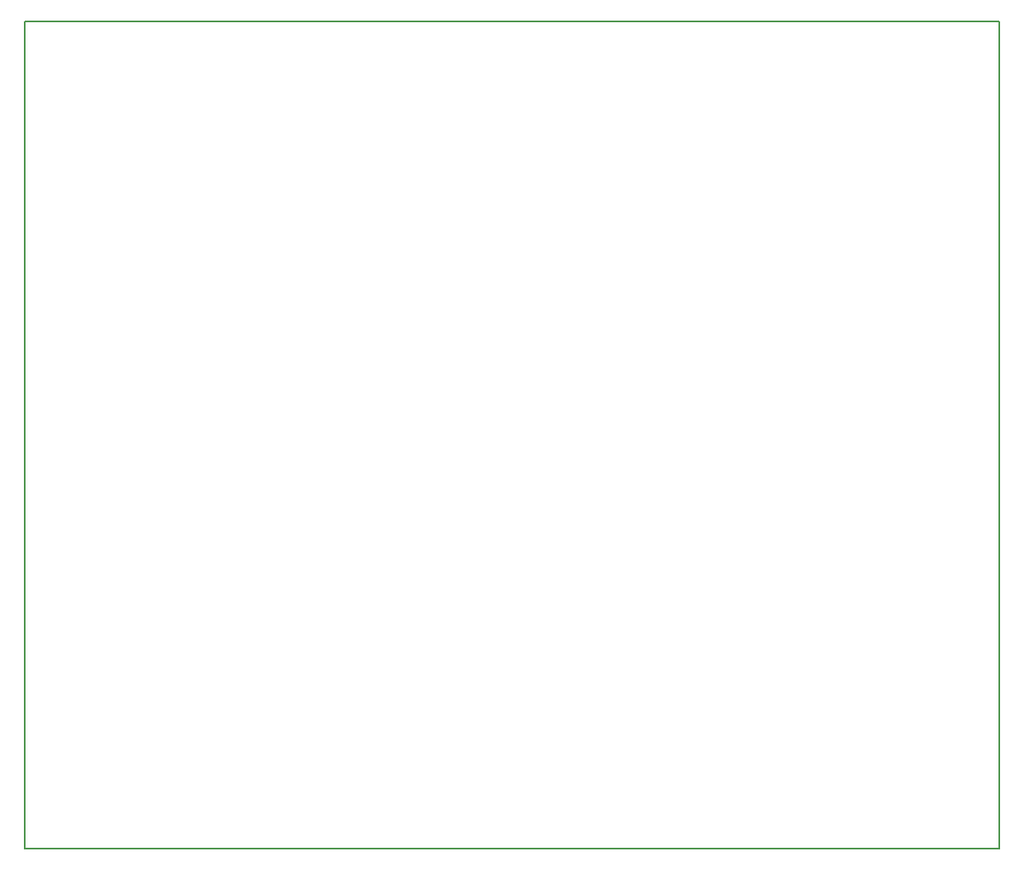
<source format=gko>
G04 #@! TF.GenerationSoftware,KiCad,Pcbnew,(5.0.2)-1*
G04 #@! TF.CreationDate,2019-03-08T09:31:56+07:00*
G04 #@! TF.ProjectId,HY-AI7688H,48592d41-4937-4363-9838-482e6b696361,A*
G04 #@! TF.SameCoordinates,Original*
G04 #@! TF.FileFunction,Profile,NP*
%FSLAX46Y46*%
G04 Gerber Fmt 4.6, Leading zero omitted, Abs format (unit mm)*
G04 Created by KiCad (PCBNEW (5.0.2)-1) date 08/03/2019 9:31:56 SA*
%MOMM*%
%LPD*%
G01*
G04 APERTURE LIST*
%ADD10C,0.150000*%
G04 APERTURE END LIST*
D10*
X171000000Y-120000000D02*
X71000000Y-120000000D01*
X71000000Y-120000000D02*
X71000000Y-35000000D01*
X171000000Y-35000000D02*
X171000000Y-120000000D01*
X71000000Y-35000000D02*
X171000000Y-35000000D01*
M02*

</source>
